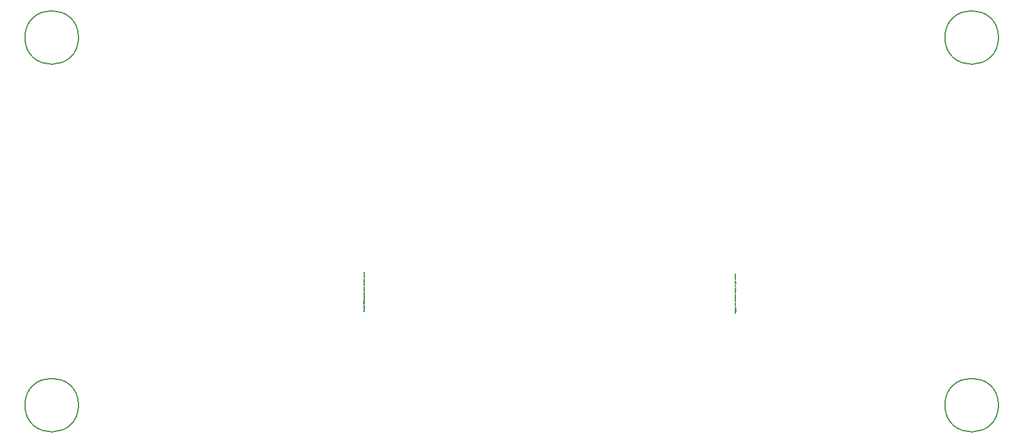
<source format=gbr>
%TF.GenerationSoftware,KiCad,Pcbnew,(6.0.7)*%
%TF.CreationDate,2022-08-24T09:35:40-04:00*%
%TF.ProjectId,Pi_Zero_W_16,50695f5a-6572-46f5-9f57-5f31362e6b69,v1*%
%TF.SameCoordinates,Original*%
%TF.FileFunction,Other,Comment*%
%FSLAX46Y46*%
G04 Gerber Fmt 4.6, Leading zero omitted, Abs format (unit mm)*
G04 Created by KiCad (PCBNEW (6.0.7)) date 2022-08-24 09:35:40*
%MOMM*%
%LPD*%
G01*
G04 APERTURE LIST*
%ADD10C,0.002000*%
%ADD11C,0.150000*%
G04 APERTURE END LIST*
D10*
%TO.C,U2*%
X-76873043Y25530067D02*
X-76866996Y25524020D01*
X-76860948Y25505877D01*
X-76860948Y25493781D01*
X-76866996Y25475639D01*
X-76879091Y25463543D01*
X-76891186Y25457496D01*
X-76915377Y25451448D01*
X-76933520Y25451448D01*
X-76957710Y25457496D01*
X-76969805Y25463543D01*
X-76981900Y25475639D01*
X-76987948Y25493781D01*
X-76987948Y25505877D01*
X-76981900Y25524020D01*
X-76975853Y25530067D01*
X-76860948Y25602639D02*
X-76866996Y25590543D01*
X-76873043Y25584496D01*
X-76885139Y25578448D01*
X-76921424Y25578448D01*
X-76933520Y25584496D01*
X-76939567Y25590543D01*
X-76945615Y25602639D01*
X-76945615Y25620781D01*
X-76939567Y25632877D01*
X-76933520Y25638924D01*
X-76921424Y25644972D01*
X-76885139Y25644972D01*
X-76873043Y25638924D01*
X-76866996Y25632877D01*
X-76860948Y25620781D01*
X-76860948Y25602639D01*
X-76945615Y25699400D02*
X-76818615Y25699400D01*
X-76939567Y25699400D02*
X-76945615Y25711496D01*
X-76945615Y25735686D01*
X-76939567Y25747781D01*
X-76933520Y25753829D01*
X-76921424Y25759877D01*
X-76885139Y25759877D01*
X-76873043Y25753829D01*
X-76866996Y25747781D01*
X-76860948Y25735686D01*
X-76860948Y25711496D01*
X-76866996Y25699400D01*
X-76945615Y25802210D02*
X-76860948Y25832448D01*
X-76945615Y25862686D02*
X-76860948Y25832448D01*
X-76830710Y25820353D01*
X-76824662Y25814305D01*
X-76818615Y25802210D01*
X-76860948Y25911067D02*
X-76945615Y25911067D01*
X-76921424Y25911067D02*
X-76933520Y25917115D01*
X-76939567Y25923162D01*
X-76945615Y25935258D01*
X-76945615Y25947353D01*
X-76860948Y25989686D02*
X-76945615Y25989686D01*
X-76987948Y25989686D02*
X-76981900Y25983639D01*
X-76975853Y25989686D01*
X-76981900Y25995734D01*
X-76987948Y25989686D01*
X-76975853Y25989686D01*
X-76945615Y26104591D02*
X-76842805Y26104591D01*
X-76830710Y26098543D01*
X-76824662Y26092496D01*
X-76818615Y26080400D01*
X-76818615Y26062258D01*
X-76824662Y26050162D01*
X-76866996Y26104591D02*
X-76860948Y26092496D01*
X-76860948Y26068305D01*
X-76866996Y26056210D01*
X-76873043Y26050162D01*
X-76885139Y26044115D01*
X-76921424Y26044115D01*
X-76933520Y26050162D01*
X-76939567Y26056210D01*
X-76945615Y26068305D01*
X-76945615Y26092496D01*
X-76939567Y26104591D01*
X-76860948Y26165067D02*
X-76987948Y26165067D01*
X-76860948Y26219496D02*
X-76927472Y26219496D01*
X-76939567Y26213448D01*
X-76945615Y26201353D01*
X-76945615Y26183210D01*
X-76939567Y26171115D01*
X-76933520Y26165067D01*
X-76945615Y26261829D02*
X-76945615Y26310210D01*
X-76987948Y26279972D02*
X-76879091Y26279972D01*
X-76866996Y26286020D01*
X-76860948Y26298115D01*
X-76860948Y26310210D01*
X-76975853Y26443258D02*
X-76981900Y26449305D01*
X-76987948Y26461400D01*
X-76987948Y26491639D01*
X-76981900Y26503734D01*
X-76975853Y26509781D01*
X-76963758Y26515829D01*
X-76951662Y26515829D01*
X-76933520Y26509781D01*
X-76860948Y26437210D01*
X-76860948Y26515829D01*
X-76987948Y26594448D02*
X-76987948Y26606543D01*
X-76981900Y26618639D01*
X-76975853Y26624686D01*
X-76963758Y26630734D01*
X-76939567Y26636781D01*
X-76909329Y26636781D01*
X-76885139Y26630734D01*
X-76873043Y26624686D01*
X-76866996Y26618639D01*
X-76860948Y26606543D01*
X-76860948Y26594448D01*
X-76866996Y26582353D01*
X-76873043Y26576305D01*
X-76885139Y26570258D01*
X-76909329Y26564210D01*
X-76939567Y26564210D01*
X-76963758Y26570258D01*
X-76975853Y26576305D01*
X-76981900Y26582353D01*
X-76987948Y26594448D01*
X-76860948Y26757734D02*
X-76860948Y26685162D01*
X-76860948Y26721448D02*
X-76987948Y26721448D01*
X-76969805Y26709353D01*
X-76957710Y26697258D01*
X-76951662Y26685162D01*
X-76987948Y26866591D02*
X-76987948Y26842400D01*
X-76981900Y26830305D01*
X-76975853Y26824258D01*
X-76957710Y26812162D01*
X-76933520Y26806115D01*
X-76885139Y26806115D01*
X-76873043Y26812162D01*
X-76866996Y26818210D01*
X-76860948Y26830305D01*
X-76860948Y26854496D01*
X-76866996Y26866591D01*
X-76873043Y26872639D01*
X-76885139Y26878686D01*
X-76915377Y26878686D01*
X-76927472Y26872639D01*
X-76933520Y26866591D01*
X-76939567Y26854496D01*
X-76939567Y26830305D01*
X-76933520Y26818210D01*
X-76927472Y26812162D01*
X-76915377Y26806115D01*
X-76897234Y27023829D02*
X-76897234Y27084305D01*
X-76860948Y27011734D02*
X-76987948Y27054067D01*
X-76860948Y27096400D01*
X-76866996Y27193162D02*
X-76860948Y27181067D01*
X-76860948Y27156877D01*
X-76866996Y27144781D01*
X-76873043Y27138734D01*
X-76885139Y27132686D01*
X-76921424Y27132686D01*
X-76933520Y27138734D01*
X-76939567Y27144781D01*
X-76945615Y27156877D01*
X-76945615Y27181067D01*
X-76939567Y27193162D01*
X-76866996Y27302020D02*
X-76860948Y27289924D01*
X-76860948Y27265734D01*
X-76866996Y27253639D01*
X-76873043Y27247591D01*
X-76885139Y27241543D01*
X-76921424Y27241543D01*
X-76933520Y27247591D01*
X-76939567Y27253639D01*
X-76945615Y27265734D01*
X-76945615Y27289924D01*
X-76939567Y27302020D01*
X-76866996Y27404829D02*
X-76860948Y27392734D01*
X-76860948Y27368543D01*
X-76866996Y27356448D01*
X-76879091Y27350400D01*
X-76927472Y27350400D01*
X-76939567Y27356448D01*
X-76945615Y27368543D01*
X-76945615Y27392734D01*
X-76939567Y27404829D01*
X-76927472Y27410877D01*
X-76915377Y27410877D01*
X-76903281Y27350400D01*
X-76860948Y27483448D02*
X-76866996Y27471353D01*
X-76879091Y27465305D01*
X-76987948Y27465305D01*
X-76866996Y27580210D02*
X-76860948Y27568115D01*
X-76860948Y27543924D01*
X-76866996Y27531829D01*
X-76879091Y27525781D01*
X-76927472Y27525781D01*
X-76939567Y27531829D01*
X-76945615Y27543924D01*
X-76945615Y27568115D01*
X-76939567Y27580210D01*
X-76927472Y27586258D01*
X-76915377Y27586258D01*
X-76903281Y27525781D01*
X-76860948Y27640686D02*
X-76945615Y27640686D01*
X-76921424Y27640686D02*
X-76933520Y27646734D01*
X-76939567Y27652781D01*
X-76945615Y27664877D01*
X-76945615Y27676972D01*
X-76860948Y27773734D02*
X-76927472Y27773734D01*
X-76939567Y27767686D01*
X-76945615Y27755591D01*
X-76945615Y27731400D01*
X-76939567Y27719305D01*
X-76866996Y27773734D02*
X-76860948Y27761639D01*
X-76860948Y27731400D01*
X-76866996Y27719305D01*
X-76879091Y27713258D01*
X-76891186Y27713258D01*
X-76903281Y27719305D01*
X-76909329Y27731400D01*
X-76909329Y27761639D01*
X-76915377Y27773734D01*
X-76945615Y27816067D02*
X-76945615Y27864448D01*
X-76987948Y27834210D02*
X-76879091Y27834210D01*
X-76866996Y27840258D01*
X-76860948Y27852353D01*
X-76860948Y27864448D01*
X-76866996Y27955162D02*
X-76860948Y27943067D01*
X-76860948Y27918877D01*
X-76866996Y27906781D01*
X-76879091Y27900734D01*
X-76927472Y27900734D01*
X-76939567Y27906781D01*
X-76945615Y27918877D01*
X-76945615Y27943067D01*
X-76939567Y27955162D01*
X-76927472Y27961210D01*
X-76915377Y27961210D01*
X-76903281Y27900734D01*
X-76860948Y28070067D02*
X-76987948Y28070067D01*
X-76866996Y28070067D02*
X-76860948Y28057972D01*
X-76860948Y28033781D01*
X-76866996Y28021686D01*
X-76873043Y28015639D01*
X-76885139Y28009591D01*
X-76921424Y28009591D01*
X-76933520Y28015639D01*
X-76939567Y28021686D01*
X-76945615Y28033781D01*
X-76945615Y28057972D01*
X-76939567Y28070067D01*
X-76860948Y28227305D02*
X-76987948Y28227305D01*
X-76987948Y28257543D01*
X-76981900Y28275686D01*
X-76969805Y28287781D01*
X-76957710Y28293829D01*
X-76933520Y28299877D01*
X-76915377Y28299877D01*
X-76891186Y28293829D01*
X-76879091Y28287781D01*
X-76866996Y28275686D01*
X-76860948Y28257543D01*
X-76860948Y28227305D01*
X-76866996Y28402686D02*
X-76860948Y28390591D01*
X-76860948Y28366400D01*
X-76866996Y28354305D01*
X-76879091Y28348258D01*
X-76927472Y28348258D01*
X-76939567Y28354305D01*
X-76945615Y28366400D01*
X-76945615Y28390591D01*
X-76939567Y28402686D01*
X-76927472Y28408734D01*
X-76915377Y28408734D01*
X-76903281Y28348258D01*
X-76866996Y28457115D02*
X-76860948Y28469210D01*
X-76860948Y28493400D01*
X-76866996Y28505496D01*
X-76879091Y28511543D01*
X-76885139Y28511543D01*
X-76897234Y28505496D01*
X-76903281Y28493400D01*
X-76903281Y28475258D01*
X-76909329Y28463162D01*
X-76921424Y28457115D01*
X-76927472Y28457115D01*
X-76939567Y28463162D01*
X-76945615Y28475258D01*
X-76945615Y28493400D01*
X-76939567Y28505496D01*
X-76860948Y28565972D02*
X-76945615Y28565972D01*
X-76987948Y28565972D02*
X-76981900Y28559924D01*
X-76975853Y28565972D01*
X-76981900Y28572020D01*
X-76987948Y28565972D01*
X-76975853Y28565972D01*
X-76945615Y28680877D02*
X-76842805Y28680877D01*
X-76830710Y28674829D01*
X-76824662Y28668781D01*
X-76818615Y28656686D01*
X-76818615Y28638543D01*
X-76824662Y28626448D01*
X-76866996Y28680877D02*
X-76860948Y28668781D01*
X-76860948Y28644591D01*
X-76866996Y28632496D01*
X-76873043Y28626448D01*
X-76885139Y28620400D01*
X-76921424Y28620400D01*
X-76933520Y28626448D01*
X-76939567Y28632496D01*
X-76945615Y28644591D01*
X-76945615Y28668781D01*
X-76939567Y28680877D01*
X-76945615Y28741353D02*
X-76860948Y28741353D01*
X-76933520Y28741353D02*
X-76939567Y28747400D01*
X-76945615Y28759496D01*
X-76945615Y28777639D01*
X-76939567Y28789734D01*
X-76927472Y28795781D01*
X-76860948Y28795781D01*
X-76866996Y28850210D02*
X-76860948Y28862305D01*
X-76860948Y28886496D01*
X-76866996Y28898591D01*
X-76879091Y28904639D01*
X-76885139Y28904639D01*
X-76897234Y28898591D01*
X-76903281Y28886496D01*
X-76903281Y28868353D01*
X-76909329Y28856258D01*
X-76921424Y28850210D01*
X-76927472Y28850210D01*
X-76939567Y28856258D01*
X-76945615Y28868353D01*
X-76945615Y28886496D01*
X-76939567Y28898591D01*
X-76873043Y28959067D02*
X-76866996Y28965115D01*
X-76860948Y28959067D01*
X-76866996Y28953020D01*
X-76873043Y28959067D01*
X-76860948Y28959067D01*
X-76897234Y29110258D02*
X-76897234Y29170734D01*
X-76860948Y29098162D02*
X-76987948Y29140496D01*
X-76860948Y29182829D01*
X-76860948Y29243305D02*
X-76866996Y29231210D01*
X-76879091Y29225162D01*
X-76987948Y29225162D01*
X-76860948Y29309829D02*
X-76866996Y29297734D01*
X-76879091Y29291686D01*
X-76987948Y29291686D01*
X-76860948Y29454972D02*
X-76945615Y29454972D01*
X-76921424Y29454972D02*
X-76933520Y29461020D01*
X-76939567Y29467067D01*
X-76945615Y29479162D01*
X-76945615Y29491258D01*
X-76860948Y29533591D02*
X-76945615Y29533591D01*
X-76987948Y29533591D02*
X-76981900Y29527543D01*
X-76975853Y29533591D01*
X-76981900Y29539639D01*
X-76987948Y29533591D01*
X-76975853Y29533591D01*
X-76945615Y29648496D02*
X-76842805Y29648496D01*
X-76830710Y29642448D01*
X-76824662Y29636400D01*
X-76818615Y29624305D01*
X-76818615Y29606162D01*
X-76824662Y29594067D01*
X-76866996Y29648496D02*
X-76860948Y29636400D01*
X-76860948Y29612210D01*
X-76866996Y29600115D01*
X-76873043Y29594067D01*
X-76885139Y29588020D01*
X-76921424Y29588020D01*
X-76933520Y29594067D01*
X-76939567Y29600115D01*
X-76945615Y29612210D01*
X-76945615Y29636400D01*
X-76939567Y29648496D01*
X-76860948Y29708972D02*
X-76987948Y29708972D01*
X-76860948Y29763400D02*
X-76927472Y29763400D01*
X-76939567Y29757353D01*
X-76945615Y29745258D01*
X-76945615Y29727115D01*
X-76939567Y29715020D01*
X-76933520Y29708972D01*
X-76945615Y29805734D02*
X-76945615Y29854115D01*
X-76987948Y29823877D02*
X-76879091Y29823877D01*
X-76866996Y29829924D01*
X-76860948Y29842020D01*
X-76860948Y29854115D01*
X-76866996Y29890400D02*
X-76860948Y29902496D01*
X-76860948Y29926686D01*
X-76866996Y29938781D01*
X-76879091Y29944829D01*
X-76885139Y29944829D01*
X-76897234Y29938781D01*
X-76903281Y29926686D01*
X-76903281Y29908543D01*
X-76909329Y29896448D01*
X-76921424Y29890400D01*
X-76927472Y29890400D01*
X-76939567Y29896448D01*
X-76945615Y29908543D01*
X-76945615Y29926686D01*
X-76939567Y29938781D01*
X-76860948Y30096020D02*
X-76945615Y30096020D01*
X-76921424Y30096020D02*
X-76933520Y30102067D01*
X-76939567Y30108115D01*
X-76945615Y30120210D01*
X-76945615Y30132305D01*
X-76866996Y30223020D02*
X-76860948Y30210924D01*
X-76860948Y30186734D01*
X-76866996Y30174639D01*
X-76879091Y30168591D01*
X-76927472Y30168591D01*
X-76939567Y30174639D01*
X-76945615Y30186734D01*
X-76945615Y30210924D01*
X-76939567Y30223020D01*
X-76927472Y30229067D01*
X-76915377Y30229067D01*
X-76903281Y30168591D01*
X-76866996Y30277448D02*
X-76860948Y30289543D01*
X-76860948Y30313734D01*
X-76866996Y30325829D01*
X-76879091Y30331877D01*
X-76885139Y30331877D01*
X-76897234Y30325829D01*
X-76903281Y30313734D01*
X-76903281Y30295591D01*
X-76909329Y30283496D01*
X-76921424Y30277448D01*
X-76927472Y30277448D01*
X-76939567Y30283496D01*
X-76945615Y30295591D01*
X-76945615Y30313734D01*
X-76939567Y30325829D01*
X-76866996Y30434686D02*
X-76860948Y30422591D01*
X-76860948Y30398400D01*
X-76866996Y30386305D01*
X-76879091Y30380258D01*
X-76927472Y30380258D01*
X-76939567Y30386305D01*
X-76945615Y30398400D01*
X-76945615Y30422591D01*
X-76939567Y30434686D01*
X-76927472Y30440734D01*
X-76915377Y30440734D01*
X-76903281Y30380258D01*
X-76860948Y30495162D02*
X-76945615Y30495162D01*
X-76921424Y30495162D02*
X-76933520Y30501210D01*
X-76939567Y30507258D01*
X-76945615Y30519353D01*
X-76945615Y30531448D01*
X-76945615Y30561686D02*
X-76860948Y30591924D01*
X-76945615Y30622162D01*
X-76866996Y30718924D02*
X-76860948Y30706829D01*
X-76860948Y30682639D01*
X-76866996Y30670543D01*
X-76879091Y30664496D01*
X-76927472Y30664496D01*
X-76939567Y30670543D01*
X-76945615Y30682639D01*
X-76945615Y30706829D01*
X-76939567Y30718924D01*
X-76927472Y30724972D01*
X-76915377Y30724972D01*
X-76903281Y30664496D01*
X-76860948Y30833829D02*
X-76987948Y30833829D01*
X-76866996Y30833829D02*
X-76860948Y30821734D01*
X-76860948Y30797543D01*
X-76866996Y30785448D01*
X-76873043Y30779400D01*
X-76885139Y30773353D01*
X-76921424Y30773353D01*
X-76933520Y30779400D01*
X-76939567Y30785448D01*
X-76945615Y30797543D01*
X-76945615Y30821734D01*
X-76939567Y30833829D01*
X-76873043Y30894305D02*
X-76866996Y30900353D01*
X-76860948Y30894305D01*
X-76866996Y30888258D01*
X-76873043Y30894305D01*
X-76860948Y30894305D01*
%TO.C,U3*%
X-25602083Y25305187D02*
X-25596036Y25299140D01*
X-25589988Y25280997D01*
X-25589988Y25268901D01*
X-25596036Y25250759D01*
X-25608131Y25238663D01*
X-25620226Y25232616D01*
X-25644417Y25226568D01*
X-25662560Y25226568D01*
X-25686750Y25232616D01*
X-25698845Y25238663D01*
X-25710940Y25250759D01*
X-25716988Y25268901D01*
X-25716988Y25280997D01*
X-25710940Y25299140D01*
X-25704893Y25305187D01*
X-25589988Y25377759D02*
X-25596036Y25365663D01*
X-25602083Y25359616D01*
X-25614179Y25353568D01*
X-25650464Y25353568D01*
X-25662560Y25359616D01*
X-25668607Y25365663D01*
X-25674655Y25377759D01*
X-25674655Y25395901D01*
X-25668607Y25407997D01*
X-25662560Y25414044D01*
X-25650464Y25420092D01*
X-25614179Y25420092D01*
X-25602083Y25414044D01*
X-25596036Y25407997D01*
X-25589988Y25395901D01*
X-25589988Y25377759D01*
X-25674655Y25474520D02*
X-25547655Y25474520D01*
X-25668607Y25474520D02*
X-25674655Y25486616D01*
X-25674655Y25510806D01*
X-25668607Y25522901D01*
X-25662560Y25528949D01*
X-25650464Y25534997D01*
X-25614179Y25534997D01*
X-25602083Y25528949D01*
X-25596036Y25522901D01*
X-25589988Y25510806D01*
X-25589988Y25486616D01*
X-25596036Y25474520D01*
X-25674655Y25577330D02*
X-25589988Y25607568D01*
X-25674655Y25637806D02*
X-25589988Y25607568D01*
X-25559750Y25595473D01*
X-25553702Y25589425D01*
X-25547655Y25577330D01*
X-25589988Y25686187D02*
X-25674655Y25686187D01*
X-25650464Y25686187D02*
X-25662560Y25692235D01*
X-25668607Y25698282D01*
X-25674655Y25710378D01*
X-25674655Y25722473D01*
X-25589988Y25764806D02*
X-25674655Y25764806D01*
X-25716988Y25764806D02*
X-25710940Y25758759D01*
X-25704893Y25764806D01*
X-25710940Y25770854D01*
X-25716988Y25764806D01*
X-25704893Y25764806D01*
X-25674655Y25879711D02*
X-25571845Y25879711D01*
X-25559750Y25873663D01*
X-25553702Y25867616D01*
X-25547655Y25855520D01*
X-25547655Y25837378D01*
X-25553702Y25825282D01*
X-25596036Y25879711D02*
X-25589988Y25867616D01*
X-25589988Y25843425D01*
X-25596036Y25831330D01*
X-25602083Y25825282D01*
X-25614179Y25819235D01*
X-25650464Y25819235D01*
X-25662560Y25825282D01*
X-25668607Y25831330D01*
X-25674655Y25843425D01*
X-25674655Y25867616D01*
X-25668607Y25879711D01*
X-25589988Y25940187D02*
X-25716988Y25940187D01*
X-25589988Y25994616D02*
X-25656512Y25994616D01*
X-25668607Y25988568D01*
X-25674655Y25976473D01*
X-25674655Y25958330D01*
X-25668607Y25946235D01*
X-25662560Y25940187D01*
X-25674655Y26036949D02*
X-25674655Y26085330D01*
X-25716988Y26055092D02*
X-25608131Y26055092D01*
X-25596036Y26061140D01*
X-25589988Y26073235D01*
X-25589988Y26085330D01*
X-25704893Y26218378D02*
X-25710940Y26224425D01*
X-25716988Y26236520D01*
X-25716988Y26266759D01*
X-25710940Y26278854D01*
X-25704893Y26284901D01*
X-25692798Y26290949D01*
X-25680702Y26290949D01*
X-25662560Y26284901D01*
X-25589988Y26212330D01*
X-25589988Y26290949D01*
X-25716988Y26369568D02*
X-25716988Y26381663D01*
X-25710940Y26393759D01*
X-25704893Y26399806D01*
X-25692798Y26405854D01*
X-25668607Y26411901D01*
X-25638369Y26411901D01*
X-25614179Y26405854D01*
X-25602083Y26399806D01*
X-25596036Y26393759D01*
X-25589988Y26381663D01*
X-25589988Y26369568D01*
X-25596036Y26357473D01*
X-25602083Y26351425D01*
X-25614179Y26345378D01*
X-25638369Y26339330D01*
X-25668607Y26339330D01*
X-25692798Y26345378D01*
X-25704893Y26351425D01*
X-25710940Y26357473D01*
X-25716988Y26369568D01*
X-25589988Y26532854D02*
X-25589988Y26460282D01*
X-25589988Y26496568D02*
X-25716988Y26496568D01*
X-25698845Y26484473D01*
X-25686750Y26472378D01*
X-25680702Y26460282D01*
X-25716988Y26641711D02*
X-25716988Y26617520D01*
X-25710940Y26605425D01*
X-25704893Y26599378D01*
X-25686750Y26587282D01*
X-25662560Y26581235D01*
X-25614179Y26581235D01*
X-25602083Y26587282D01*
X-25596036Y26593330D01*
X-25589988Y26605425D01*
X-25589988Y26629616D01*
X-25596036Y26641711D01*
X-25602083Y26647759D01*
X-25614179Y26653806D01*
X-25644417Y26653806D01*
X-25656512Y26647759D01*
X-25662560Y26641711D01*
X-25668607Y26629616D01*
X-25668607Y26605425D01*
X-25662560Y26593330D01*
X-25656512Y26587282D01*
X-25644417Y26581235D01*
X-25626274Y26798949D02*
X-25626274Y26859425D01*
X-25589988Y26786854D02*
X-25716988Y26829187D01*
X-25589988Y26871520D01*
X-25596036Y26968282D02*
X-25589988Y26956187D01*
X-25589988Y26931997D01*
X-25596036Y26919901D01*
X-25602083Y26913854D01*
X-25614179Y26907806D01*
X-25650464Y26907806D01*
X-25662560Y26913854D01*
X-25668607Y26919901D01*
X-25674655Y26931997D01*
X-25674655Y26956187D01*
X-25668607Y26968282D01*
X-25596036Y27077140D02*
X-25589988Y27065044D01*
X-25589988Y27040854D01*
X-25596036Y27028759D01*
X-25602083Y27022711D01*
X-25614179Y27016663D01*
X-25650464Y27016663D01*
X-25662560Y27022711D01*
X-25668607Y27028759D01*
X-25674655Y27040854D01*
X-25674655Y27065044D01*
X-25668607Y27077140D01*
X-25596036Y27179949D02*
X-25589988Y27167854D01*
X-25589988Y27143663D01*
X-25596036Y27131568D01*
X-25608131Y27125520D01*
X-25656512Y27125520D01*
X-25668607Y27131568D01*
X-25674655Y27143663D01*
X-25674655Y27167854D01*
X-25668607Y27179949D01*
X-25656512Y27185997D01*
X-25644417Y27185997D01*
X-25632321Y27125520D01*
X-25589988Y27258568D02*
X-25596036Y27246473D01*
X-25608131Y27240425D01*
X-25716988Y27240425D01*
X-25596036Y27355330D02*
X-25589988Y27343235D01*
X-25589988Y27319044D01*
X-25596036Y27306949D01*
X-25608131Y27300901D01*
X-25656512Y27300901D01*
X-25668607Y27306949D01*
X-25674655Y27319044D01*
X-25674655Y27343235D01*
X-25668607Y27355330D01*
X-25656512Y27361378D01*
X-25644417Y27361378D01*
X-25632321Y27300901D01*
X-25589988Y27415806D02*
X-25674655Y27415806D01*
X-25650464Y27415806D02*
X-25662560Y27421854D01*
X-25668607Y27427901D01*
X-25674655Y27439997D01*
X-25674655Y27452092D01*
X-25589988Y27548854D02*
X-25656512Y27548854D01*
X-25668607Y27542806D01*
X-25674655Y27530711D01*
X-25674655Y27506520D01*
X-25668607Y27494425D01*
X-25596036Y27548854D02*
X-25589988Y27536759D01*
X-25589988Y27506520D01*
X-25596036Y27494425D01*
X-25608131Y27488378D01*
X-25620226Y27488378D01*
X-25632321Y27494425D01*
X-25638369Y27506520D01*
X-25638369Y27536759D01*
X-25644417Y27548854D01*
X-25674655Y27591187D02*
X-25674655Y27639568D01*
X-25716988Y27609330D02*
X-25608131Y27609330D01*
X-25596036Y27615378D01*
X-25589988Y27627473D01*
X-25589988Y27639568D01*
X-25596036Y27730282D02*
X-25589988Y27718187D01*
X-25589988Y27693997D01*
X-25596036Y27681901D01*
X-25608131Y27675854D01*
X-25656512Y27675854D01*
X-25668607Y27681901D01*
X-25674655Y27693997D01*
X-25674655Y27718187D01*
X-25668607Y27730282D01*
X-25656512Y27736330D01*
X-25644417Y27736330D01*
X-25632321Y27675854D01*
X-25589988Y27845187D02*
X-25716988Y27845187D01*
X-25596036Y27845187D02*
X-25589988Y27833092D01*
X-25589988Y27808901D01*
X-25596036Y27796806D01*
X-25602083Y27790759D01*
X-25614179Y27784711D01*
X-25650464Y27784711D01*
X-25662560Y27790759D01*
X-25668607Y27796806D01*
X-25674655Y27808901D01*
X-25674655Y27833092D01*
X-25668607Y27845187D01*
X-25589988Y28002425D02*
X-25716988Y28002425D01*
X-25716988Y28032663D01*
X-25710940Y28050806D01*
X-25698845Y28062901D01*
X-25686750Y28068949D01*
X-25662560Y28074997D01*
X-25644417Y28074997D01*
X-25620226Y28068949D01*
X-25608131Y28062901D01*
X-25596036Y28050806D01*
X-25589988Y28032663D01*
X-25589988Y28002425D01*
X-25596036Y28177806D02*
X-25589988Y28165711D01*
X-25589988Y28141520D01*
X-25596036Y28129425D01*
X-25608131Y28123378D01*
X-25656512Y28123378D01*
X-25668607Y28129425D01*
X-25674655Y28141520D01*
X-25674655Y28165711D01*
X-25668607Y28177806D01*
X-25656512Y28183854D01*
X-25644417Y28183854D01*
X-25632321Y28123378D01*
X-25596036Y28232235D02*
X-25589988Y28244330D01*
X-25589988Y28268520D01*
X-25596036Y28280616D01*
X-25608131Y28286663D01*
X-25614179Y28286663D01*
X-25626274Y28280616D01*
X-25632321Y28268520D01*
X-25632321Y28250378D01*
X-25638369Y28238282D01*
X-25650464Y28232235D01*
X-25656512Y28232235D01*
X-25668607Y28238282D01*
X-25674655Y28250378D01*
X-25674655Y28268520D01*
X-25668607Y28280616D01*
X-25589988Y28341092D02*
X-25674655Y28341092D01*
X-25716988Y28341092D02*
X-25710940Y28335044D01*
X-25704893Y28341092D01*
X-25710940Y28347140D01*
X-25716988Y28341092D01*
X-25704893Y28341092D01*
X-25674655Y28455997D02*
X-25571845Y28455997D01*
X-25559750Y28449949D01*
X-25553702Y28443901D01*
X-25547655Y28431806D01*
X-25547655Y28413663D01*
X-25553702Y28401568D01*
X-25596036Y28455997D02*
X-25589988Y28443901D01*
X-25589988Y28419711D01*
X-25596036Y28407616D01*
X-25602083Y28401568D01*
X-25614179Y28395520D01*
X-25650464Y28395520D01*
X-25662560Y28401568D01*
X-25668607Y28407616D01*
X-25674655Y28419711D01*
X-25674655Y28443901D01*
X-25668607Y28455997D01*
X-25674655Y28516473D02*
X-25589988Y28516473D01*
X-25662560Y28516473D02*
X-25668607Y28522520D01*
X-25674655Y28534616D01*
X-25674655Y28552759D01*
X-25668607Y28564854D01*
X-25656512Y28570901D01*
X-25589988Y28570901D01*
X-25596036Y28625330D02*
X-25589988Y28637425D01*
X-25589988Y28661616D01*
X-25596036Y28673711D01*
X-25608131Y28679759D01*
X-25614179Y28679759D01*
X-25626274Y28673711D01*
X-25632321Y28661616D01*
X-25632321Y28643473D01*
X-25638369Y28631378D01*
X-25650464Y28625330D01*
X-25656512Y28625330D01*
X-25668607Y28631378D01*
X-25674655Y28643473D01*
X-25674655Y28661616D01*
X-25668607Y28673711D01*
X-25602083Y28734187D02*
X-25596036Y28740235D01*
X-25589988Y28734187D01*
X-25596036Y28728140D01*
X-25602083Y28734187D01*
X-25589988Y28734187D01*
X-25626274Y28885378D02*
X-25626274Y28945854D01*
X-25589988Y28873282D02*
X-25716988Y28915616D01*
X-25589988Y28957949D01*
X-25589988Y29018425D02*
X-25596036Y29006330D01*
X-25608131Y29000282D01*
X-25716988Y29000282D01*
X-25589988Y29084949D02*
X-25596036Y29072854D01*
X-25608131Y29066806D01*
X-25716988Y29066806D01*
X-25589988Y29230092D02*
X-25674655Y29230092D01*
X-25650464Y29230092D02*
X-25662560Y29236140D01*
X-25668607Y29242187D01*
X-25674655Y29254282D01*
X-25674655Y29266378D01*
X-25589988Y29308711D02*
X-25674655Y29308711D01*
X-25716988Y29308711D02*
X-25710940Y29302663D01*
X-25704893Y29308711D01*
X-25710940Y29314759D01*
X-25716988Y29308711D01*
X-25704893Y29308711D01*
X-25674655Y29423616D02*
X-25571845Y29423616D01*
X-25559750Y29417568D01*
X-25553702Y29411520D01*
X-25547655Y29399425D01*
X-25547655Y29381282D01*
X-25553702Y29369187D01*
X-25596036Y29423616D02*
X-25589988Y29411520D01*
X-25589988Y29387330D01*
X-25596036Y29375235D01*
X-25602083Y29369187D01*
X-25614179Y29363140D01*
X-25650464Y29363140D01*
X-25662560Y29369187D01*
X-25668607Y29375235D01*
X-25674655Y29387330D01*
X-25674655Y29411520D01*
X-25668607Y29423616D01*
X-25589988Y29484092D02*
X-25716988Y29484092D01*
X-25589988Y29538520D02*
X-25656512Y29538520D01*
X-25668607Y29532473D01*
X-25674655Y29520378D01*
X-25674655Y29502235D01*
X-25668607Y29490140D01*
X-25662560Y29484092D01*
X-25674655Y29580854D02*
X-25674655Y29629235D01*
X-25716988Y29598997D02*
X-25608131Y29598997D01*
X-25596036Y29605044D01*
X-25589988Y29617140D01*
X-25589988Y29629235D01*
X-25596036Y29665520D02*
X-25589988Y29677616D01*
X-25589988Y29701806D01*
X-25596036Y29713901D01*
X-25608131Y29719949D01*
X-25614179Y29719949D01*
X-25626274Y29713901D01*
X-25632321Y29701806D01*
X-25632321Y29683663D01*
X-25638369Y29671568D01*
X-25650464Y29665520D01*
X-25656512Y29665520D01*
X-25668607Y29671568D01*
X-25674655Y29683663D01*
X-25674655Y29701806D01*
X-25668607Y29713901D01*
X-25589988Y29871140D02*
X-25674655Y29871140D01*
X-25650464Y29871140D02*
X-25662560Y29877187D01*
X-25668607Y29883235D01*
X-25674655Y29895330D01*
X-25674655Y29907425D01*
X-25596036Y29998140D02*
X-25589988Y29986044D01*
X-25589988Y29961854D01*
X-25596036Y29949759D01*
X-25608131Y29943711D01*
X-25656512Y29943711D01*
X-25668607Y29949759D01*
X-25674655Y29961854D01*
X-25674655Y29986044D01*
X-25668607Y29998140D01*
X-25656512Y30004187D01*
X-25644417Y30004187D01*
X-25632321Y29943711D01*
X-25596036Y30052568D02*
X-25589988Y30064663D01*
X-25589988Y30088854D01*
X-25596036Y30100949D01*
X-25608131Y30106997D01*
X-25614179Y30106997D01*
X-25626274Y30100949D01*
X-25632321Y30088854D01*
X-25632321Y30070711D01*
X-25638369Y30058616D01*
X-25650464Y30052568D01*
X-25656512Y30052568D01*
X-25668607Y30058616D01*
X-25674655Y30070711D01*
X-25674655Y30088854D01*
X-25668607Y30100949D01*
X-25596036Y30209806D02*
X-25589988Y30197711D01*
X-25589988Y30173520D01*
X-25596036Y30161425D01*
X-25608131Y30155378D01*
X-25656512Y30155378D01*
X-25668607Y30161425D01*
X-25674655Y30173520D01*
X-25674655Y30197711D01*
X-25668607Y30209806D01*
X-25656512Y30215854D01*
X-25644417Y30215854D01*
X-25632321Y30155378D01*
X-25589988Y30270282D02*
X-25674655Y30270282D01*
X-25650464Y30270282D02*
X-25662560Y30276330D01*
X-25668607Y30282378D01*
X-25674655Y30294473D01*
X-25674655Y30306568D01*
X-25674655Y30336806D02*
X-25589988Y30367044D01*
X-25674655Y30397282D01*
X-25596036Y30494044D02*
X-25589988Y30481949D01*
X-25589988Y30457759D01*
X-25596036Y30445663D01*
X-25608131Y30439616D01*
X-25656512Y30439616D01*
X-25668607Y30445663D01*
X-25674655Y30457759D01*
X-25674655Y30481949D01*
X-25668607Y30494044D01*
X-25656512Y30500092D01*
X-25644417Y30500092D01*
X-25632321Y30439616D01*
X-25589988Y30608949D02*
X-25716988Y30608949D01*
X-25596036Y30608949D02*
X-25589988Y30596854D01*
X-25589988Y30572663D01*
X-25596036Y30560568D01*
X-25602083Y30554520D01*
X-25614179Y30548473D01*
X-25650464Y30548473D01*
X-25662560Y30554520D01*
X-25668607Y30560568D01*
X-25674655Y30572663D01*
X-25674655Y30596854D01*
X-25668607Y30608949D01*
X-25602083Y30669425D02*
X-25596036Y30675473D01*
X-25589988Y30669425D01*
X-25596036Y30663378D01*
X-25602083Y30669425D01*
X-25589988Y30669425D01*
D11*
%TO.C,H2*%
X10710400Y12484900D02*
G75*
G03*
X10710400Y12484900I-3700000J0D01*
G01*
%TO.C,H3*%
X-116289600Y63284900D02*
G75*
G03*
X-116289600Y63284900I-3700000J0D01*
G01*
%TO.C,H4*%
X10710400Y63284900D02*
G75*
G03*
X10710400Y63284900I-3700000J0D01*
G01*
%TO.C,H1*%
X-116289600Y12484900D02*
G75*
G03*
X-116289600Y12484900I-3700000J0D01*
G01*
%TD*%
M02*

</source>
